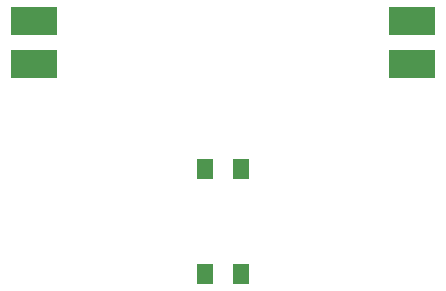
<source format=gbp>
%TF.GenerationSoftware,KiCad,Pcbnew,7.0.1-3b83917a11~172~ubuntu22.04.1*%
%TF.CreationDate,2023-04-18T10:01:55+02:00*%
%TF.ProjectId,part2,70617274-322e-46b6-9963-61645f706362,rev?*%
%TF.SameCoordinates,Original*%
%TF.FileFunction,Paste,Bot*%
%TF.FilePolarity,Positive*%
%FSLAX46Y46*%
G04 Gerber Fmt 4.6, Leading zero omitted, Abs format (unit mm)*
G04 Created by KiCad (PCBNEW 7.0.1-3b83917a11~172~ubuntu22.04.1) date 2023-04-18 10:01:55*
%MOMM*%
%LPD*%
G01*
G04 APERTURE LIST*
G04 Aperture macros list*
%AMRoundRect*
0 Rectangle with rounded corners*
0 $1 Rounding radius*
0 $2 $3 $4 $5 $6 $7 $8 $9 X,Y pos of 4 corners*
0 Add a 4 corners polygon primitive as box body*
4,1,4,$2,$3,$4,$5,$6,$7,$8,$9,$2,$3,0*
0 Add four circle primitives for the rounded corners*
1,1,$1+$1,$2,$3*
1,1,$1+$1,$4,$5*
1,1,$1+$1,$6,$7*
1,1,$1+$1,$8,$9*
0 Add four rect primitives between the rounded corners*
20,1,$1+$1,$2,$3,$4,$5,0*
20,1,$1+$1,$4,$5,$6,$7,0*
20,1,$1+$1,$6,$7,$8,$9,0*
20,1,$1+$1,$8,$9,$2,$3,0*%
G04 Aperture macros list end*
%ADD10R,4.000000X2.400000*%
%ADD11RoundRect,0.250001X0.462499X0.624999X-0.462499X0.624999X-0.462499X-0.624999X0.462499X-0.624999X0*%
G04 APERTURE END LIST*
D10*
%TO.C,J5*%
X158775500Y-79410000D03*
X158775500Y-83010000D03*
%TD*%
D11*
%TO.C,D1*%
X144240500Y-91890000D03*
X141265500Y-91890000D03*
%TD*%
D10*
%TO.C,J9*%
X126775500Y-79410000D03*
X126775500Y-83010000D03*
%TD*%
D11*
%TO.C,D2*%
X144240500Y-100780000D03*
X141265500Y-100780000D03*
%TD*%
M02*

</source>
